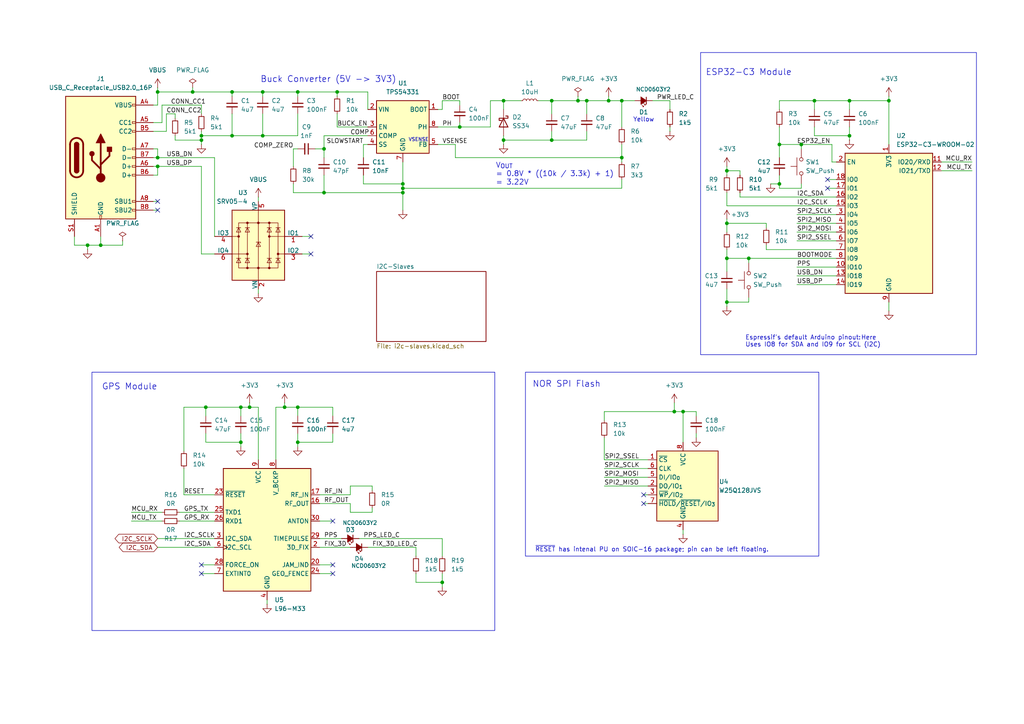
<source format=kicad_sch>
(kicad_sch (version 20250114) (generator "eeschema") (generator_version "9.0")
  (paper "A4")
  (rectangle (start 26.67 107.95) (end 143.51 182.88))
  (rectangle (start 203.2 15.24) (end 283.21 102.87))
  (rectangle (start 152.4 107.95) (end 237.49 161.29))
  (text "GPS Module" (at 37.592 112.268 0) (effects (font (size 1.778 1.778))))
  (text "NOR SPI Flash" (at 164.338 111.506 0) (effects (font (size 1.778 1.778))))
  (text "~{RESET} has intenal PU on SOIC-16 package; pin can be left floating." (at 155.194 159.512 0) (effects (font (size 1.27 1.27)) (justify left)))
  (text "Yellow" (at 186.69 34.798 0) (effects (font (size 1.27 1.27))))
  (text "VSENSE\n" (at 121.412 40.64 0) (effects (font (size 1.016 1.016))))
  (text "Espressif's default Arduino pinout:\nUses IO8 for SDA and IO9 for SCL (I2C)" (at 216.154 99.06 0) (effects (font (size 1.27 1.27)) (justify left)))
  (text "Here" (at 251.968 98.044 0) (effects (font (size 1.27 1.27))))
  (text "Buck Converter (5V -> 3V3)" (at 95.25 23.114 0) (effects (font (size 1.778 1.778))))
  (text "V_{OUT} \n= 0.8V * ((10k / 3.3k) + 1) \n= 3.22V" (at 143.764 50.546 0) (effects (font (size 1.524 1.524)) (justify left)))
  (text "ESP32-C3 Module" (at 217.17 21.082 0) (effects (font (size 1.778 1.778))))
  (junction (at 116.84 54.61))
  (junction (at 146.05 29.21))
  (junction (at 93.98 55.88))
  (junction (at 210.82 64.77))
  (junction (at 58.42 40.64))
  (junction (at 67.31 39.37))
  (junction (at 58.42 39.37))
  (junction (at 226.06 41.91))
  (junction (at 217.17 74.93))
  (junction (at 160.02 40.64))
  (junction (at 232.41 41.91))
  (junction (at 170.18 29.21))
  (junction (at 86.36 26.67))
  (junction (at 128.27 168.91))
  (junction (at 29.21 71.12))
  (junction (at 257.81 29.21))
  (junction (at 246.38 29.21))
  (junction (at 93.98 43.18))
  (junction (at 226.06 53.34))
  (junction (at 176.53 29.21))
  (junction (at 55.88 26.67))
  (junction (at 67.31 26.67))
  (junction (at 45.72 45.72))
  (junction (at 25.4 71.12))
  (junction (at 160.02 29.21))
  (junction (at 82.55 118.11))
  (junction (at 72.39 118.11))
  (junction (at 198.12 119.38))
  (junction (at 69.85 118.11))
  (junction (at 97.79 26.67))
  (junction (at 116.84 55.88))
  (junction (at 210.82 49.53))
  (junction (at 167.64 29.21))
  (junction (at 116.84 53.34))
  (junction (at 180.34 45.72))
  (junction (at 76.2 39.37))
  (junction (at 86.36 118.11))
  (junction (at 45.72 26.67))
  (junction (at 45.72 48.26))
  (junction (at 76.2 26.67))
  (junction (at 69.85 128.27))
  (junction (at 210.82 74.93))
  (junction (at 133.35 36.83))
  (junction (at 236.22 29.21))
  (junction (at 210.82 87.63))
  (junction (at 180.34 29.21))
  (junction (at 59.69 118.11))
  (junction (at 195.58 119.38))
  (junction (at 246.38 39.37))
  (junction (at 86.36 128.27))
  (junction (at 146.05 40.64))
  (no_connect (at 186.69 143.51))
  (no_connect (at 45.72 60.96))
  (no_connect (at 90.17 73.66))
  (no_connect (at 58.42 166.37))
  (no_connect (at 96.52 163.83))
  (no_connect (at 240.03 54.61))
  (no_connect (at 186.69 146.05))
  (no_connect (at 96.52 151.13))
  (no_connect (at 90.17 68.58))
  (no_connect (at 58.42 163.83))
  (no_connect (at 240.03 52.07))
  (no_connect (at 45.72 58.42))
  (no_connect (at 96.52 166.37))
  (wire (pts (xy 241.3 41.91) (xy 241.3 46.99)))
  (wire (pts (xy 214.63 55.88) (xy 214.63 57.15)))
  (wire (pts (xy 210.82 88.9) (xy 210.82 87.63)))
  (wire (pts (xy 180.34 45.72) (xy 180.34 41.91)))
  (wire (pts (xy 46.99 30.48) (xy 46.99 35.56)))
  (wire (pts (xy 52.07 151.13) (xy 62.23 151.13)))
  (wire (pts (xy 167.64 27.94) (xy 167.64 29.21)))
  (wire (pts (xy 59.69 118.11) (xy 69.85 118.11)))
  (wire (pts (xy 101.6 148.59) (xy 107.95 148.59)))
  (wire (pts (xy 246.38 39.37) (xy 246.38 36.83)))
  (wire (pts (xy 44.45 50.8) (xy 45.72 50.8)))
  (wire (pts (xy 67.31 33.02) (xy 67.31 39.37)))
  (wire (pts (xy 74.93 57.15) (xy 74.93 58.42)))
  (wire (pts (xy 133.35 35.56) (xy 133.35 36.83)))
  (wire (pts (xy 86.36 43.18) (xy 85.09 43.18)))
  (wire (pts (xy 180.34 54.61) (xy 116.84 54.61)))
  (wire (pts (xy 120.65 158.75) (xy 106.68 158.75)))
  (wire (pts (xy 231.14 62.23) (xy 242.57 62.23)))
  (wire (pts (xy 105.41 41.91) (xy 105.41 45.72)))
  (wire (pts (xy 106.68 39.37) (xy 93.98 39.37)))
  (wire (pts (xy 58.42 38.1) (xy 58.42 39.37)))
  (wire (pts (xy 87.63 73.66) (xy 90.17 73.66)))
  (wire (pts (xy 29.21 68.58) (xy 29.21 71.12)))
  (wire (pts (xy 74.93 83.82) (xy 74.93 85.09)))
  (wire (pts (xy 128.27 168.91) (xy 128.27 170.18)))
  (wire (pts (xy 44.45 48.26) (xy 45.72 48.26)))
  (wire (pts (xy 93.98 43.18) (xy 93.98 45.72)))
  (wire (pts (xy 236.22 39.37) (xy 246.38 39.37)))
  (wire (pts (xy 127 41.91) (xy 132.08 41.91)))
  (wire (pts (xy 180.34 45.72) (xy 180.34 46.99)))
  (wire (pts (xy 86.36 118.11) (xy 96.52 118.11)))
  (wire (pts (xy 236.22 36.83) (xy 236.22 39.37)))
  (wire (pts (xy 210.82 83.82) (xy 210.82 87.63)))
  (wire (pts (xy 246.38 40.64) (xy 246.38 39.37)))
  (wire (pts (xy 58.42 30.48) (xy 46.99 30.48)))
  (wire (pts (xy 257.81 87.63) (xy 257.81 90.17)))
  (wire (pts (xy 93.98 39.37) (xy 93.98 43.18)))
  (wire (pts (xy 93.98 55.88) (xy 116.84 55.88)))
  (wire (pts (xy 210.82 59.69) (xy 242.57 59.69)))
  (wire (pts (xy 58.42 33.02) (xy 58.42 30.48)))
  (wire (pts (xy 194.31 29.21) (xy 189.23 29.21)))
  (wire (pts (xy 180.34 29.21) (xy 176.53 29.21)))
  (wire (pts (xy 86.36 125.73) (xy 86.36 128.27)))
  (wire (pts (xy 45.72 43.18) (xy 45.72 45.72)))
  (wire (pts (xy 175.26 135.89) (xy 187.96 135.89)))
  (wire (pts (xy 69.85 118.11) (xy 69.85 120.65)))
  (wire (pts (xy 222.25 64.77) (xy 222.25 66.04)))
  (wire (pts (xy 226.06 54.61) (xy 226.06 53.34)))
  (wire (pts (xy 146.05 40.64) (xy 160.02 40.64)))
  (wire (pts (xy 86.36 33.02) (xy 86.36 39.37)))
  (wire (pts (xy 226.06 31.75) (xy 226.06 29.21)))
  (wire (pts (xy 58.42 41.91) (xy 58.42 40.64)))
  (wire (pts (xy 25.4 71.12) (xy 29.21 71.12)))
  (wire (pts (xy 53.34 130.81) (xy 53.34 118.11)))
  (wire (pts (xy 55.88 26.67) (xy 67.31 26.67)))
  (wire (pts (xy 52.07 148.59) (xy 62.23 148.59)))
  (wire (pts (xy 62.23 143.51) (xy 53.34 143.51)))
  (wire (pts (xy 58.42 166.37) (xy 62.23 166.37)))
  (wire (pts (xy 101.6 140.97) (xy 101.6 143.51)))
  (wire (pts (xy 236.22 29.21) (xy 246.38 29.21)))
  (wire (pts (xy 86.36 118.11) (xy 86.36 120.65)))
  (wire (pts (xy 107.95 142.24) (xy 107.95 140.97)))
  (wire (pts (xy 35.56 71.12) (xy 29.21 71.12)))
  (wire (pts (xy 93.98 50.8) (xy 93.98 55.88)))
  (wire (pts (xy 232.41 41.91) (xy 241.3 41.91)))
  (wire (pts (xy 53.34 118.11) (xy 59.69 118.11)))
  (wire (pts (xy 214.63 49.53) (xy 210.82 49.53)))
  (wire (pts (xy 44.45 30.48) (xy 45.72 30.48)))
  (wire (pts (xy 59.69 128.27) (xy 69.85 128.27)))
  (wire (pts (xy 236.22 31.75) (xy 236.22 29.21)))
  (wire (pts (xy 210.82 48.26) (xy 210.82 49.53)))
  (wire (pts (xy 77.47 175.26) (xy 77.47 173.99)))
  (wire (pts (xy 21.59 71.12) (xy 25.4 71.12)))
  (wire (pts (xy 62.23 73.66) (xy 58.42 73.66)))
  (wire (pts (xy 86.36 26.67) (xy 76.2 26.67)))
  (wire (pts (xy 257.81 29.21) (xy 257.81 41.91)))
  (wire (pts (xy 105.41 50.8) (xy 105.41 53.34)))
  (wire (pts (xy 96.52 125.73) (xy 96.52 128.27)))
  (wire (pts (xy 210.82 87.63) (xy 217.17 87.63)))
  (wire (pts (xy 128.27 161.29) (xy 128.27 156.21)))
  (wire (pts (xy 44.45 60.96) (xy 45.72 60.96)))
  (wire (pts (xy 53.34 135.89) (xy 53.34 143.51)))
  (wire (pts (xy 133.35 29.21) (xy 133.35 30.48)))
  (wire (pts (xy 72.39 116.84) (xy 72.39 118.11)))
  (wire (pts (xy 120.65 161.29) (xy 120.65 158.75)))
  (wire (pts (xy 107.95 140.97) (xy 101.6 140.97)))
  (wire (pts (xy 116.84 55.88) (xy 116.84 60.96)))
  (wire (pts (xy 45.72 156.21) (xy 62.23 156.21)))
  (wire (pts (xy 210.82 64.77) (xy 222.25 64.77)))
  (wire (pts (xy 86.36 128.27) (xy 86.36 129.54)))
  (wire (pts (xy 45.72 25.4) (xy 45.72 26.67)))
  (wire (pts (xy 231.14 80.01) (xy 242.57 80.01)))
  (wire (pts (xy 231.14 67.31) (xy 242.57 67.31)))
  (wire (pts (xy 120.65 166.37) (xy 120.65 168.91)))
  (wire (pts (xy 231.14 64.77) (xy 242.57 64.77)))
  (wire (pts (xy 222.25 72.39) (xy 242.57 72.39)))
  (wire (pts (xy 97.79 26.67) (xy 86.36 26.67)))
  (wire (pts (xy 128.27 156.21) (xy 104.14 156.21)))
  (wire (pts (xy 132.08 41.91) (xy 132.08 45.72)))
  (wire (pts (xy 175.26 127) (xy 175.26 133.35)))
  (wire (pts (xy 210.82 72.39) (xy 210.82 74.93)))
  (wire (pts (xy 186.69 146.05) (xy 187.96 146.05)))
  (wire (pts (xy 76.2 33.02) (xy 76.2 39.37)))
  (wire (pts (xy 217.17 87.63) (xy 217.17 86.36)))
  (wire (pts (xy 45.72 26.67) (xy 55.88 26.67)))
  (wire (pts (xy 128.27 29.21) (xy 133.35 29.21)))
  (wire (pts (xy 127 36.83) (xy 133.35 36.83)))
  (wire (pts (xy 74.93 118.11) (xy 72.39 118.11)))
  (wire (pts (xy 226.06 36.83) (xy 226.06 41.91)))
  (wire (pts (xy 48.26 33.02) (xy 50.8 33.02)))
  (wire (pts (xy 175.26 119.38) (xy 195.58 119.38)))
  (wire (pts (xy 176.53 29.21) (xy 170.18 29.21)))
  (wire (pts (xy 72.39 118.11) (xy 69.85 118.11)))
  (wire (pts (xy 201.93 125.73) (xy 201.93 127)))
  (wire (pts (xy 38.1 151.13) (xy 46.99 151.13)))
  (wire (pts (xy 273.05 46.99) (xy 281.94 46.99)))
  (wire (pts (xy 146.05 39.37) (xy 146.05 40.64)))
  (wire (pts (xy 48.26 38.1) (xy 48.26 33.02)))
  (wire (pts (xy 44.45 38.1) (xy 48.26 38.1)))
  (wire (pts (xy 76.2 39.37) (xy 86.36 39.37)))
  (wire (pts (xy 156.21 29.21) (xy 160.02 29.21)))
  (wire (pts (xy 96.52 163.83) (xy 92.71 163.83)))
  (wire (pts (xy 45.72 158.75) (xy 62.23 158.75)))
  (wire (pts (xy 223.52 53.34) (xy 226.06 53.34)))
  (wire (pts (xy 116.84 46.99) (xy 116.84 53.34)))
  (wire (pts (xy 246.38 29.21) (xy 246.38 31.75)))
  (wire (pts (xy 116.84 53.34) (xy 116.84 54.61)))
  (wire (pts (xy 160.02 29.21) (xy 160.02 33.02)))
  (wire (pts (xy 226.06 53.34) (xy 226.06 50.8)))
  (wire (pts (xy 195.58 116.84) (xy 195.58 119.38)))
  (wire (pts (xy 170.18 40.64) (xy 160.02 40.64)))
  (wire (pts (xy 92.71 146.05) (xy 101.6 146.05)))
  (wire (pts (xy 210.82 63.5) (xy 210.82 64.77)))
  (wire (pts (xy 170.18 29.21) (xy 167.64 29.21)))
  (wire (pts (xy 198.12 153.67) (xy 198.12 154.94)))
  (wire (pts (xy 86.36 26.67) (xy 86.36 27.94)))
  (wire (pts (xy 74.93 133.35) (xy 74.93 118.11)))
  (wire (pts (xy 59.69 118.11) (xy 59.69 120.65)))
  (wire (pts (xy 176.53 27.94) (xy 176.53 29.21)))
  (wire (pts (xy 226.06 41.91) (xy 226.06 45.72)))
  (wire (pts (xy 67.31 26.67) (xy 67.31 27.94)))
  (wire (pts (xy 69.85 125.73) (xy 69.85 128.27)))
  (wire (pts (xy 62.23 45.72) (xy 62.23 68.58)))
  (wire (pts (xy 96.52 166.37) (xy 92.71 166.37)))
  (wire (pts (xy 45.72 45.72) (xy 62.23 45.72)))
  (wire (pts (xy 80.01 133.35) (xy 80.01 118.11)))
  (wire (pts (xy 91.44 43.18) (xy 93.98 43.18)))
  (wire (pts (xy 82.55 118.11) (xy 86.36 118.11)))
  (wire (pts (xy 45.72 48.26) (xy 45.72 50.8)))
  (wire (pts (xy 106.68 26.67) (xy 106.68 31.75)))
  (wire (pts (xy 97.79 26.67) (xy 97.79 27.94)))
  (wire (pts (xy 160.02 40.64) (xy 160.02 38.1)))
  (wire (pts (xy 106.68 26.67) (xy 97.79 26.67)))
  (wire (pts (xy 46.99 35.56) (xy 44.45 35.56)))
  (wire (pts (xy 210.82 74.93) (xy 217.17 74.93)))
  (wire (pts (xy 58.42 163.83) (xy 62.23 163.83)))
  (wire (pts (xy 44.45 58.42) (xy 45.72 58.42)))
  (wire (pts (xy 59.69 125.73) (xy 59.69 128.27)))
  (wire (pts (xy 273.05 49.53) (xy 281.94 49.53)))
  (wire (pts (xy 50.8 40.64) (xy 58.42 40.64)))
  (wire (pts (xy 45.72 45.72) (xy 44.45 45.72)))
  (wire (pts (xy 58.42 48.26) (xy 45.72 48.26)))
  (wire (pts (xy 96.52 128.27) (xy 86.36 128.27)))
  (wire (pts (xy 58.42 73.66) (xy 58.42 48.26)))
  (wire (pts (xy 45.72 30.48) (xy 45.72 26.67)))
  (wire (pts (xy 180.34 29.21) (xy 184.15 29.21)))
  (wire (pts (xy 170.18 38.1) (xy 170.18 40.64)))
  (wire (pts (xy 55.88 25.4) (xy 55.88 26.67)))
  (wire (pts (xy 85.09 55.88) (xy 85.09 53.34)))
  (wire (pts (xy 96.52 151.13) (xy 92.71 151.13)))
  (wire (pts (xy 195.58 119.38) (xy 198.12 119.38)))
  (wire (pts (xy 132.08 45.72) (xy 180.34 45.72)))
  (wire (pts (xy 44.45 43.18) (xy 45.72 43.18)))
  (wire (pts (xy 257.81 27.94) (xy 257.81 29.21)))
  (wire (pts (xy 67.31 39.37) (xy 76.2 39.37)))
  (wire (pts (xy 25.4 71.12) (xy 25.4 72.39)))
  (wire (pts (xy 146.05 40.64) (xy 146.05 41.91)))
  (wire (pts (xy 120.65 168.91) (xy 128.27 168.91)))
  (wire (pts (xy 67.31 39.37) (xy 58.42 39.37)))
  (wire (pts (xy 127 31.75) (xy 128.27 31.75)))
  (wire (pts (xy 242.57 54.61) (xy 240.03 54.61)))
  (wire (pts (xy 101.6 143.51) (xy 92.71 143.51)))
  (wire (pts (xy 175.26 133.35) (xy 187.96 133.35)))
  (wire (pts (xy 226.06 41.91) (xy 232.41 41.91)))
  (wire (pts (xy 242.57 52.07) (xy 240.03 52.07)))
  (wire (pts (xy 151.13 29.21) (xy 146.05 29.21)))
  (wire (pts (xy 82.55 116.84) (xy 82.55 118.11)))
  (wire (pts (xy 201.93 119.38) (xy 198.12 119.38)))
  (wire (pts (xy 38.1 148.59) (xy 46.99 148.59)))
  (wire (pts (xy 92.71 158.75) (xy 101.6 158.75)))
  (wire (pts (xy 142.24 29.21) (xy 146.05 29.21)))
  (wire (pts (xy 180.34 52.07) (xy 180.34 54.61)))
  (wire (pts (xy 85.09 43.18) (xy 85.09 48.26)))
  (wire (pts (xy 210.82 49.53) (xy 210.82 50.8)))
  (wire (pts (xy 226.06 54.61) (xy 232.41 54.61)))
  (wire (pts (xy 50.8 33.02) (xy 50.8 34.29)))
  (wire (pts (xy 133.35 36.83) (xy 142.24 36.83)))
  (wire (pts (xy 232.41 41.91) (xy 232.41 43.18)))
  (wire (pts (xy 76.2 26.67) (xy 67.31 26.67)))
  (wire (pts (xy 106.68 41.91) (xy 105.41 41.91)))
  (wire (pts (xy 58.42 39.37) (xy 58.42 40.64)))
  (wire (pts (xy 217.17 74.93) (xy 217.17 76.2)))
  (wire (pts (xy 217.17 74.93) (xy 242.57 74.93)))
  (wire (pts (xy 80.01 118.11) (xy 82.55 118.11)))
  (wire (pts (xy 107.95 147.32) (xy 107.95 148.59)))
  (wire (pts (xy 226.06 29.21) (xy 236.22 29.21)))
  (wire (pts (xy 194.31 36.83) (xy 194.31 38.1)))
  (wire (pts (xy 175.26 119.38) (xy 175.26 121.92)))
  (wire (pts (xy 128.27 166.37) (xy 128.27 168.91)))
  (wire (pts (xy 241.3 46.99) (xy 242.57 46.99)))
  (wire (pts (xy 93.98 55.88) (xy 85.09 55.88)))
  (wire (pts (xy 50.8 39.37) (xy 50.8 40.64)))
  (wire (pts (xy 186.69 143.51) (xy 187.96 143.51)))
  (wire (pts (xy 214.63 57.15) (xy 242.57 57.15)))
  (wire (pts (xy 246.38 29.21) (xy 257.81 29.21)))
  (wire (pts (xy 128.27 31.75) (xy 128.27 29.21)))
  (wire (pts (xy 231.14 69.85) (xy 242.57 69.85)))
  (wire (pts (xy 105.41 53.34) (xy 116.84 53.34)))
  (wire (pts (xy 96.52 120.65) (xy 96.52 118.11)))
  (wire (pts (xy 222.25 71.12) (xy 222.25 72.39)))
  (wire (pts (xy 69.85 129.54) (xy 69.85 128.27)))
  (wire (pts (xy 101.6 146.05) (xy 101.6 148.59)))
  (wire (pts (xy 92.71 156.21) (xy 99.06 156.21)))
  (wire (pts (xy 97.79 33.02) (xy 97.79 36.83)))
  (wire (pts (xy 214.63 50.8) (xy 214.63 49.53)))
  (wire (pts (xy 232.41 54.61) (xy 232.41 53.34)))
  (wire (pts (xy 231.14 82.55) (xy 242.57 82.55)))
  (wire (pts (xy 97.79 36.83) (xy 106.68 36.83)))
  (wire (pts (xy 35.56 69.85) (xy 35.56 71.12)))
  (wire (pts (xy 175.26 140.97) (xy 187.96 140.97)))
  (wire (pts (xy 170.18 33.02) (xy 170.18 29.21)))
  (wire (pts (xy 210.82 55.88) (xy 210.82 59.69)))
  (wire (pts (xy 180.34 36.83) (xy 180.34 29.21)))
  (wire (pts (xy 21.59 68.58) (xy 21.59 71.12)))
  (wire (pts (xy 167.64 29.21) (xy 160.02 29.21)))
  (wire (pts (xy 142.24 36.83) (xy 142.24 29.21)))
  (wire (pts (xy 194.31 31.75) (xy 194.31 29.21)))
  (wire (pts (xy 201.93 120.65) (xy 201.93 119.38)))
  (wire (pts (xy 87.63 68.58) (xy 90.17 68.58)))
  (wire (pts (xy 210.82 67.31) (xy 210.82 64.77)))
  (wire (pts (xy 76.2 26.67) (xy 76.2 27.94)))
  (wire (pts (xy 242.57 77.47) (xy 231.14 77.47)))
  (wire (pts (xy 198.12 119.38) (xy 198.12 128.27)))
  (wire (pts (xy 116.84 54.61) (xy 116.84 55.88)))
  (wire (pts (xy 175.26 138.43) (xy 187.96 138.43)))
  (wire (pts (xy 210.82 74.93) (xy 210.82 78.74)))
  (wire (pts (xy 146.05 29.21) (xy 146.05 31.75)))
  (label "USB_DP" (at 48.26 48.26 0))
  (label "GPS_TX" (at 53.34 148.59 0))
  (label "RF_OUT" (at 93.98 146.05 0))
  (label "FIX_3D_LED_C" (at 107.95 158.75 0))
  (label "PPS" (at 231.14 77.47 0))
  (label "I2C_SCLK" (at 231.14 59.69 0))
  (label "MCU_RX" (at 38.1 148.59 0))
  (label "PPS" (at 93.98 156.21 0))
  (label "CONN_CC1" (at 49.53 30.48 0))
  (label "SPI2_SSEL" (at 231.14 69.85 0))
  (label "MCU_TX" (at 281.94 49.53 180))
  (label "SPI2_MISO" (at 231.14 64.77 0))
  (label "I2C_SDA" (at 53.34 158.75 0))
  (label "SPI2_MISO" (at 175.26 140.97 0))
  (label "COMP" (at 101.6 39.37 0))
  (label "PWR_LED_C" (at 190.5 29.21 0))
  (label "COMP_ZERO" (at 85.09 43.18 180))
  (label "BUCK_EN" (at 97.79 36.83 0))
  (label "SPI2_SCLK" (at 231.14 62.23 0))
  (label "BOOTMODE" (at 231.14 74.93 0))
  (label "SPI2_MOSI" (at 231.14 67.31 0))
  (label "CONN_CC2" (at 48.26 33.02 0))
  (label "VSENSE" (at 128.27 41.91 0))
  (label "PH" (at 128.27 36.83 0))
  (label "SPI2_SSEL" (at 185.42 133.35 180))
  (label "I2C_SCLK" (at 53.34 156.21 0))
  (label "ESP32_EN" (at 231.14 41.91 0))
  (label "SLOWSTART" (at 105.41 41.91 180))
  (label "USB_DN" (at 231.14 80.01 0))
  (label "FIX_3D" (at 93.98 158.75 0))
  (label "MCU_RX" (at 281.94 46.99 180))
  (label "MCU_TX" (at 38.1 151.13 0))
  (label "GPS_RX" (at 53.34 151.13 0))
  (label "RF_IN" (at 93.98 143.51 0))
  (label "USB_DP" (at 231.14 82.55 0))
  (label "SPI2_MOSI" (at 175.26 138.43 0))
  (label "BOOT" (at 128.27 29.21 0))
  (label "RESET" (at 53.34 143.51 0))
  (label "USB_DN" (at 48.26 45.72 0))
  (label "SPI2_SCLK" (at 175.26 135.89 0))
  (label "I2C_SDA" (at 231.14 57.15 0))
  (label "PPS_LED_C" (at 105.41 156.21 0))
  (global_label "I2C_SCLK" (shape bidirectional) (at 45.72 156.21 180) (property "Intersheetrefs" "${INTERSHEET_REFS}" (effects (hide yes))))
  (global_label "I2C_SDA" (shape bidirectional) (at 45.72 158.75 180) (property "Intersheetrefs" "${INTERSHEET_REFS}" (effects (hide yes))))
  (symbol (lib_name "GND_1") (lib_id "power:GND") (at 257.81 90.17 0) (unit 1)
    (property "Reference" "#PWR016" (effects (hide yes)))
    (property "Value" "GND" (effects (hide yes)))
    (property "Description" "Power symbol creates a global label with name \"GND\" , ground" (effects (hide yes)))
  )
  (symbol (lib_id "power:+3V3") (at 210.82 63.5 0) (unit 1)
    (property "Reference" "#PWR012" (effects (hide yes)))
    (property "Value" "+3V3" (at 214.63 62.23 0))
    (property "Description" "Power symbol creates a global label with name \"+3V3\"" (effects (hide yes)))
  )
  (symbol (lib_id "Device:R_Small") (at 210.82 69.85 0) (unit 1)
    (property "Reference" "R12" (at 213.36 68.5799 0) (effects (justify left)))
    (property "Value" "10k" (at 213.36 71.1199 0) (effects (justify left)))
    (property "Footprint" "Resistor_SMD:R_0603_1608Metric" (effects (hide yes)))
    (property "Datasheet" "https://jlcpcb.com/api/file/downloadByFileSystemAccessId/8579706381320323072" (effects (hide yes)))
    (property "Description" "Resistor, small symbol" (effects (hide yes)))
    (property "Manufacturer" "UNI-ROYAL" (effects (hide yes)))
    (property "Manufacturer Part Number" "0603WAF1002T5E" (effects (hide yes)))
    (property "LCSC Part #" "C25804" (effects (hide yes)))
    (property "Voltage" "75V" (effects (hide yes)))
    (property "Power" "100mW" (effects (hide yes)))
  )
  (symbol (lib_id "power:+3V3") (at 176.53 27.94 0) (unit 1)
    (property "Reference" "#PWR02" (effects (hide yes)))
    (property "Value" "+3V3" (at 176.53 22.86 0))
    (property "Description" "Power symbol creates a global label with name \"+3V3\"" (effects (hide yes)))
  )
  (symbol (lib_id "Device:C_Small") (at 170.18 35.56 0) (unit 1)
    (property "Reference" "C8" (at 172.72 34.2962 0) (effects (justify left)))
    (property "Value" "47uF" (at 172.72 36.8362 0) (effects (justify left)))
    (property "Footprint" "Capacitor_SMD:C_0805_2012Metric" (effects (hide yes)))
    (property "Datasheet" "https://jlcpcb.com/api/file/downloadByFileSystemAccessId/8586178594430701568" (effects (hide yes)))
    (property "Description" "Unpolarized capacitor, small symbol" (effects (hide yes)))
    (property "Manufacturer" "Samsung Electro-Mechanics" (effects (hide yes)))
    (property "Manufacturer Part Number" "CL21A476MQYNNNE" (effects (hide yes)))
    (property "LCSC Part #" "C16780" (effects (hide yes)))
    (property "Voltage" "6V3" (effects (hide yes)))
  )
  (symbol (lib_id "power:+3V3") (at 82.55 116.84 0) (unit 1)
    (property "Reference" "#PWR018" (effects (hide yes)))
    (property "Value" "+3V3" (at 82.55 111.76 0))
    (property "Description" "Power symbol creates a global label with name \"+3V3\"" (effects (hide yes)))
  )
  (symbol (lib_name "GND_1") (lib_id "power:GND") (at 210.82 88.9 0) (unit 1)
    (property "Reference" "#PWR015" (effects (hide yes)))
    (property "Value" "GND" (effects (hide yes)))
    (property "Description" "Power symbol creates a global label with name \"GND\" , ground" (effects (hide yes)))
  )
  (symbol (lib_name "GND_1") (lib_id "power:GND") (at 86.36 129.54 0) (unit 1)
    (property "Reference" "#PWR022" (effects (hide yes)))
    (property "Value" "GND" (effects (hide yes)))
    (property "Description" "Power symbol creates a global label with name \"GND\" , ground" (effects (hide yes)))
  )
  (symbol (lib_name "GND_1") (lib_id "power:GND") (at 116.84 60.96 0) (unit 1)
    (property "Reference" "#PWR011" (effects (hide yes)))
    (property "Value" "GND" (effects (hide yes)))
    (property "Description" "Power symbol creates a global label with name \"GND\" , ground" (effects (hide yes)))
  )
  (symbol (lib_id "Regulator_Switching:TPS54233") (at 116.84 36.83 0) (unit 1)
    (property "Reference" "U1" (at 116.84 24.13 0))
    (property "Value" "TPS54331" (at 116.84 26.67 0))
    (property "Footprint" "Package_SO:SOIC-8_3.9x4.9mm_P1.27mm" (effects (hide yes)))
    (property "Datasheet" "http://www.ti.com/lit/ds/symlink/tps54233.pdf" (effects (hide yes)))
    (property "Description" "2A, Step Down DC-DC Converter with Eco-mode, 3.5-28V Input Voltage, SO-8" (effects (hide yes)))
    (property "LCSC Part #" "C9865" (effects (hide yes)))
  )
  (symbol (lib_id "Device:R_Small") (at 120.65 163.83 180) (unit 1)
    (property "Reference" "R18" (at 123.19 162.5599 0) (effects (justify right)))
    (property "Value" "1k5" (at 123.19 165.0999 0) (effects (justify right)))
    (property "Footprint" "Resistor_SMD:R_0603_1608Metric" (effects (hide yes)))
    (property "Datasheet" "https://jlcpcb.com/api/file/downloadByFileSystemAccessId/8579706144165986304" (effects (hide yes)))
    (property "Description" "Resistor, small symbol" (effects (hide yes)))
    (property "Manufacturer" "UNI-ROYAL" (effects (hide yes)))
    (property "Manufacturer Part Number" "0603WAF1501T5E" (effects (hide yes)))
    (property "LCSC Part #" "C22843" (effects (hide yes)))
    (property "Voltage" "75V" (effects (hide yes)))
    (property "Power" "100mW" (effects (hide yes)))
  )
  (symbol (lib_id "Device:LED_Small_Filled") (at 186.69 29.21 180) (unit 1)
    (property "Reference" "D1" (at 186.69 32.512 0))
    (property "Value" "NCD0603Y2" (at 189.484 25.908 0) (effects (font (size 1.143 1.143))))
    (property "Footprint" "LED_SMD:LED_0603_1608Metric" (effects (hide yes)))
    (property "Datasheet" "https://jlcpcb.com/api/file/downloadByFileSystemAccessId/8588894464647159808" (effects (hide yes)))
    (property "LCSC Part #" "C89811" (effects (hide yes)))
    (property "Manufacturer" "Foshan NationStar" (effects (hide yes)))
    (property "Manufacturer Part Number" "NCD0603Y2" (effects (hide yes)))
    (property "Sim.Pins" "1=K 2=A" (effects (hide yes)))
  )
  (symbol (lib_id "Device:C_Small") (at 160.02 35.56 0) (unit 1)
    (property "Reference" "C7" (at 162.56 34.2962 0) (effects (justify left)))
    (property "Value" "47uF" (at 162.56 36.8362 0) (effects (justify left)))
    (property "Footprint" "Capacitor_SMD:C_0805_2012Metric" (effects (hide yes)))
    (property "Datasheet" "https://jlcpcb.com/api/file/downloadByFileSystemAccessId/8586178594430701568" (effects (hide yes)))
    (property "Description" "Unpolarized capacitor, small symbol" (effects (hide yes)))
    (property "Manufacturer" "Samsung Electro-Mechanics" (effects (hide yes)))
    (property "Manufacturer Part Number" "CL21A476MQYNNNE" (effects (hide yes)))
    (property "LCSC Part #" "C16780" (effects (hide yes)))
    (property "Voltage" "6V3" (effects (hide yes)))
  )
  (symbol (lib_id "Device:R_Small") (at 53.34 133.35 0) (unit 1)
    (property "Reference" "R14" (at 55.88 132.0799 0) (effects (justify left)))
    (property "Value" "10k" (at 55.88 134.6199 0) (effects (justify left)))
    (property "Footprint" "Resistor_SMD:R_0603_1608Metric" (effects (hide yes)))
    (property "Datasheet" "https://jlcpcb.com/api/file/downloadByFileSystemAccessId/8579706381320323072" (effects (hide yes)))
    (property "Description" "Resistor, small symbol" (effects (hide yes)))
    (property "Manufacturer" "UNI-ROYAL" (effects (hide yes)))
    (property "Manufacturer Part Number" "0603WAF1002T5E" (effects (hide yes)))
    (property "LCSC Part #" "C25804" (effects (hide yes)))
    (property "Voltage" "75V" (effects (hide yes)))
    (property "Power" "100mW" (effects (hide yes)))
  )
  (symbol (lib_id "RF_Module:ESP32-C3-WROOM-02") (at 257.81 64.77 0) (unit 1)
    (property "Reference" "U2" (at 259.9533 39.37 0) (effects (justify left)))
    (property "Value" "ESP32-C3-WROOM-02" (at 259.9533 41.91 0) (effects (justify left)))
    (property "Footprint" "esp32-c3-gps-demo:ESP32-C3-WROOM-02_NoVias" (effects (hide yes)))
    (property "Datasheet" "https://www.espressif.com/sites/default/files/documentation/esp32-c3-wroom-02_datasheet_en.pdf" (effects (hide yes)))
    (property "Description" "802.11 b/g/n Wi­Fi and Bluetooth 5 module, ESP32­C3 SoC, RISC­V microprocessor, On-board antenna" (effects (hide yes)))
    (property "LCSC Part #" "C2934560" (effects (hide yes)))
    (property "Manufacturer Part Number" "ESP32-C3-WROOM-02-N4" (effects (hide yes)))
  )
  (symbol (lib_name "GND_1") (lib_id "power:GND") (at 128.27 170.18 0) (unit 1)
    (property "Reference" "#PWR024" (effects (hide yes)))
    (property "Value" "GND" (effects (hide yes)))
    (property "Description" "Power symbol creates a global label with name \"GND\" , ground" (effects (hide yes)))
  )
  (symbol (lib_id "Device:C_Small") (at 86.36 123.19 0) (unit 1)
    (property "Reference" "C16" (at 88.9 121.9262 0) (effects (justify left)))
    (property "Value" "100nF" (at 88.9 124.4662 0) (effects (justify left)))
    (property "Footprint" "Capacitor_SMD:C_0603_1608Metric" (effects (hide yes)))
    (property "Datasheet" "https://www.yageo.com/upload/media/product/productsearch/datasheet/mlcc/UPY-GPHC_X7R_6.3V-to-250V_24.pdf" (effects (hide yes)))
    (property "Description" "Unpolarized capacitor, small symbol" (effects (hide yes)))
    (property "Manufacturer" "YAGEO" (effects (hide yes)))
    (property "Manufacturer Part Number" "CC0603KRX7R9BB104" (effects (hide yes)))
    (property "LCSC Part #" "C14663" (effects (hide yes)))
    (property "Voltage" "50V" (effects (hide yes)))
  )
  (symbol (lib_id "Switch:SW_Push") (at 232.41 48.26 90) (unit 1)
    (property "Reference" "SW1" (at 233.68 46.9899 90) (effects (justify right)))
    (property "Value" "SW_Push" (at 233.68 49.5299 90) (effects (justify right)))
    (property "Footprint" "Button_Switch_SMD:SW_Push_1P1T_XKB_TS-1187A" (effects (hide yes)))
    (property "Datasheet" "https://datasheet.lcsc.com/lcsc/2304140030_XKB-Connection-TS-1187A-B-A-B_C318884.pdf" (effects (hide yes)))
    (property "Description" "Push button switch, generic, two pins" (effects (hide yes)))
    (property "LCSC Part #" "C318884" (effects (hide yes)))
    (property "Manufacturer" "XKB Connection" (effects (hide yes)))
  )
  (symbol (lib_id "Device:C_Small") (at 96.52 123.19 0) (unit 1)
    (property "Reference" "C17" (at 99.06 121.9262 0) (effects (justify left)))
    (property "Value" "4u7" (at 99.06 124.4662 0) (effects (justify left)))
    (property "Footprint" "Capacitor_SMD:C_0603_1608Metric" (effects (hide yes)))
    (property "Datasheet" "https://mm.digikey.com/Volume0/opasdata/d220001/medias/docus/2328/CL10A475KO8NNNC_Spec.pdf" (effects (hide yes)))
    (property "Description" "Unpolarized capacitor, small symbol" (effects (hide yes)))
    (property "Manufacturer" "Samsung Electro-Mechanics" (effects (hide yes)))
    (property "Manufacturer Part Number" "CL10A475KO8NNNC" (effects (hide yes)))
    (property "LCSC Part #" "C19666" (effects (hide yes)))
    (property "Voltage" "16V" (effects (hide yes)))
  )
  (symbol (lib_id "Device:C_Small") (at 133.35 33.02 0) (unit 1)
    (property "Reference" "C4" (at 135.89 31.7562 0) (effects (justify left)))
    (property "Value" "100nF" (at 135.89 34.2962 0) (effects (justify left)))
    (property "Footprint" "Capacitor_SMD:C_0603_1608Metric" (effects (hide yes)))
    (property "Datasheet" "https://www.yageo.com/upload/media/product/productsearch/datasheet/mlcc/UPY-GPHC_X7R_6.3V-to-250V_24.pdf" (effects (hide yes)))
    (property "Description" "Unpolarized capacitor, small symbol" (effects (hide yes)))
    (property "Manufacturer" "YAGEO" (effects (hide yes)))
    (property "Manufacturer Part Number" "CC0603KRX7R9BB104" (effects (hide yes)))
    (property "LCSC Part #" "C14663" (effects (hide yes)))
    (property "Voltage" "50V" (effects (hide yes)))
  )
  (symbol (lib_name "GND_1") (lib_id "power:GND") (at 146.05 41.91 0) (unit 1)
    (property "Reference" "#PWR07" (effects (hide yes)))
    (property "Value" "GND" (effects (hide yes)))
    (property "Description" "Power symbol creates a global label with name \"GND\" , ground" (effects (hide yes)))
  )
  (symbol (lib_id "Device:C_Small") (at 246.38 34.29 0) (unit 1)
    (property "Reference" "C6" (at 248.92 33.0262 0) (effects (justify left)))
    (property "Value" "100nF" (at 248.92 35.5662 0) (effects (justify left)))
    (property "Footprint" "Capacitor_SMD:C_0603_1608Metric" (effects (hide yes)))
    (property "Datasheet" "https://www.yageo.com/upload/media/product/productsearch/datasheet/mlcc/UPY-GPHC_X7R_6.3V-to-250V_24.pdf" (effects (hide yes)))
    (property "Description" "Unpolarized capacitor, small symbol" (effects (hide yes)))
    (property "Manufacturer" "YAGEO" (effects (hide yes)))
    (property "Manufacturer Part Number" "CC0603KRX7R9BB104" (effects (hide yes)))
    (property "LCSC Part #" "C14663" (effects (hide yes)))
    (property "Voltage" "50V" (effects (hide yes)))
  )
  (symbol (lib_name "GND_1") (lib_id "power:GND") (at 77.47 175.26 0) (unit 1)
    (property "Reference" "#PWR025" (effects (hide yes)))
    (property "Value" "GND" (effects (hide yes)))
    (property "Description" "Power symbol creates a global label with name \"GND\" , ground" (effects (hide yes)))
  )
  (symbol (lib_id "power:VBUS") (at 74.93 57.15 0) (unit 1)
    (property "Reference" "#PWR010" (effects (hide yes)))
    (property "Value" "VBUS" (at 74.93 52.07 0))
    (property "Description" "Power symbol creates a global label with name \"VBUS\"" (effects (hide yes)))
  )
  (symbol (lib_id "Switch:SW_Push") (at 217.17 81.28 90) (unit 1)
    (property "Reference" "SW2" (at 218.44 80.0099 90) (effects (justify right)))
    (property "Value" "SW_Push" (at 218.44 82.5499 90) (effects (justify right)))
    (property "Footprint" "Button_Switch_SMD:SW_Push_1P1T_XKB_TS-1187A" (effects (hide yes)))
    (property "Datasheet" "https://datasheet.lcsc.com/lcsc/2304140030_XKB-Connection-TS-1187A-B-A-B_C318884.pdf" (effects (hide yes)))
    (property "Description" "Push button switch, generic, two pins" (effects (hide yes)))
    (property "LCSC Part #" "C318884" (effects (hide yes)))
    (property "Manufacturer" "XKB Connection" (effects (hide yes)))
  )
  (symbol (lib_name "GND_1") (lib_id "power:GND") (at 58.42 41.91 0) (unit 1)
    (property "Reference" "#PWR06" (effects (hide yes)))
    (property "Value" "GND" (effects (hide yes)))
    (property "Description" "Power symbol creates a global label with name \"GND\" , ground" (effects (hide yes)))
  )
  (symbol (lib_id "Device:R_Small") (at 107.95 144.78 180) (unit 1)
    (property "Reference" "R15" (at 110.49 143.5099 0) (effects (justify right)))
    (property "Value" "0R" (at 110.49 146.0499 0) (effects (justify right)))
    (property "Footprint" "Resistor_SMD:R_0603_1608Metric" (effects (hide yes)))
    (property "Datasheet" "https://jlcpcb.com/api/file/downloadByFileSystemAccessId/8578255895094087680" (effects (hide yes)))
    (property "Description" "Resistor, small symbol" (effects (hide yes)))
    (property "Manufacturer" "UNI-ROYAL" (effects (hide yes)))
    (property "Manufacturer Part Number" "0603WAF0000T5E" (effects (hide yes)))
    (property "LCSC Part #" "C21189" (effects (hide yes)))
    (property "Voltage" "75V" (effects (hide yes)))
    (property "Power" "100mW" (effects (hide yes)))
  )
  (symbol (lib_id "Device:C_Small") (at 93.98 48.26 0) (unit 1)
    (property "Reference" "C10" (at 96.52 46.9962 0) (effects (justify left)))
    (property "Value" "47pF" (at 96.52 49.5362 0) (effects (justify left)))
    (property "Footprint" "Capacitor_SMD:C_0603_1608Metric" (effects (hide yes)))
    (property "Datasheet" "https://mm.digikey.com/Volume0/opasdata/d220001/medias/docus/609/CL10C470JB8NNNC_Spec.pdf" (effects (hide yes)))
    (property "Description" "Unpolarized capacitor, small symbol" (effects (hide yes)))
    (property "Manufacturer" "Samsung Electro-Mechanics" (effects (hide yes)))
    (property "Manufacturer Part Number" "CL10C470JB8NNNC" (effects (hide yes)))
    (property "LCSC Part #" "C1671" (effects (hide yes)))
    (property "Voltage" "50V" (effects (hide yes)))
  )
  (symbol (lib_id "Device:R_Small") (at 210.82 53.34 0) (mirror y) (unit 1)
    (property "Reference" "R9" (at 208.28 52.0699 0) (effects (justify left)))
    (property "Value" "5k1" (at 208.28 54.6099 0) (effects (justify left)))
    (property "Footprint" "Resistor_SMD:R_0603_1608Metric" (effects (hide yes)))
    (property "Datasheet" "https://wmsc.lcsc.com/wmsc/upload/file/pdf/v2/lcsc/2206010116_UNI-ROYAL-Uniroyal-Elec-0603WAF5101T5E_C23186.pdf" (effects (hide yes)))
    (property "Description" "Resistor, small symbol" (effects (hide yes)))
    (property "Manufacturer" "UNI-ROYAL" (effects (hide yes)))
    (property "Manufacturer Part Number" "0603WAF5101T5E" (effects (hide yes)))
    (property "LCSC Part #" "C23186" (effects (hide yes)))
    (property "Voltage" "75V" (effects (hide yes)))
    (property "Power" "100mW" (effects (hide yes)))
  )
  (symbol (lib_id "Device:R_Small") (at 180.34 49.53 0) (unit 1)
    (property "Reference" "R7" (at 182.88 48.2599 0) (effects (justify left)))
    (property "Value" "3k3" (at 182.88 50.7999 0) (effects (justify left)))
    (property "Footprint" "Resistor_SMD:R_0603_1608Metric" (effects (hide yes)))
    (property "Datasheet" "https://jlcpcb.com/api/file/downloadByFileSystemAccessId/8579706198066577408" (effects (hide yes)))
    (property "Description" "Resistor, small symbol" (effects (hide yes)))
    (property "Manufacturer" "UNI-ROYAL" (effects (hide yes)))
    (property "Manufacturer Part Number" "0603WAF3301T5E" (effects (hide yes)))
    (property "LCSC Part #" "C22978" (effects (hide yes)))
    (property "Voltage" "75V" (effects (hide yes)))
    (property "Power" "100mW" (effects (hide yes)))
  )
  (symbol (lib_id "Device:R_Small") (at 180.34 39.37 0) (unit 1)
    (property "Reference" "R6" (at 182.88 38.0999 0) (effects (justify left)))
    (property "Value" "10k" (at 182.88 40.6399 0) (effects (justify left)))
    (property "Footprint" "Resistor_SMD:R_0603_1608Metric" (effects (hide yes)))
    (property "Datasheet" "https://jlcpcb.com/api/file/downloadByFileSystemAccessId/8579706381320323072" (effects (hide yes)))
    (property "Description" "Resistor, small symbol" (effects (hide yes)))
    (property "Manufacturer" "UNI-ROYAL" (effects (hide yes)))
    (property "Manufacturer Part Number" "0603WAF1002T5E" (effects (hide yes)))
    (property "LCSC Part #" "C25804" (effects (hide yes)))
    (property "Voltage" "75V" (effects (hide yes)))
    (property "Power" "100mW" (effects (hide yes)))
  )
  (symbol (lib_name "GND_1") (lib_id "power:GND") (at 223.52 53.34 0) (unit 1)
    (property "Reference" "#PWR09" (effects (hide yes)))
    (property "Value" "GND" (effects (hide yes)))
    (property "Description" "Power symbol creates a global label with name \"GND\" , ground" (effects (hide yes)))
  )
  (symbol (lib_id "Diode:SS34") (at 146.05 35.56 270) (unit 1)
    (property "Reference" "D2" (at 148.59 33.9724 90) (effects (justify left)))
    (property "Value" "SS34" (at 148.59 36.5124 90) (effects (justify left)))
    (property "Footprint" "Diode_SMD:D_SMA" (effects (hide yes)))
    (property "Datasheet" "https://www.vishay.com/docs/88751/ss32.pdf" (effects (hide yes)))
    (property "Description" "40V 3A Schottky Diode, SMA" (effects (hide yes)))
    (property "LCSC Part #" "C8678" (effects (hide yes)))
  )
  (symbol (lib_id "Device:R_Small") (at 194.31 34.29 180) (unit 1)
    (property "Reference" "R2" (at 196.85 33.0199 0) (effects (justify right)))
    (property "Value" "1k5" (at 196.85 35.5599 0) (effects (justify right)))
    (property "Footprint" "Resistor_SMD:R_0603_1608Metric" (effects (hide yes)))
    (property "Datasheet" "https://jlcpcb.com/api/file/downloadByFileSystemAccessId/8579706144165986304" (effects (hide yes)))
    (property "Description" "Resistor, small symbol" (effects (hide yes)))
    (property "Manufacturer" "UNI-ROYAL" (effects (hide yes)))
    (property "Manufacturer Part Number" "0603WAF1501T5E" (effects (hide yes)))
    (property "LCSC Part #" "C22843" (effects (hide yes)))
    (property "Voltage" "75V" (effects (hide yes)))
    (property "Power" "100mW" (effects (hide yes)))
  )
  (symbol (lib_id "Device:C_Small") (at 236.22 34.29 0) (unit 1)
    (property "Reference" "C5" (at 238.76 33.0262 0) (effects (justify left)))
    (property "Value" "47uF" (at 238.76 35.5662 0) (effects (justify left)))
    (property "Footprint" "Capacitor_SMD:C_0805_2012Metric" (effects (hide yes)))
    (property "Datasheet" "https://jlcpcb.com/api/file/downloadByFileSystemAccessId/8586178594430701568" (effects (hide yes)))
    (property "Description" "Unpolarized capacitor, small symbol" (effects (hide yes)))
    (property "Manufacturer" "Samsung Electro-Mechanics" (effects (hide yes)))
    (property "Manufacturer Part Number" "CL21A476MQYNNNE" (effects (hide yes)))
    (property "LCSC Part #" "C16780" (effects (hide yes)))
    (property "Voltage" "6V3" (effects (hide yes)))
  )
  (symbol (lib_id "Device:C_Small") (at 69.85 123.19 0) (unit 1)
    (property "Reference" "C15" (at 72.39 121.9262 0) (effects (justify left)))
    (property "Value" "100nF" (at 72.39 124.4662 0) (effects (justify left)))
    (property "Footprint" "Capacitor_SMD:C_0603_1608Metric" (effects (hide yes)))
    (property "Datasheet" "https://www.yageo.com/upload/media/product/productsearch/datasheet/mlcc/UPY-GPHC_X7R_6.3V-to-250V_24.pdf" (effects (hide yes)))
    (property "Description" "Unpolarized capacitor, small symbol" (effects (hide yes)))
    (property "Manufacturer" "YAGEO" (effects (hide yes)))
    (property "Manufacturer Part Number" "CC0603KRX7R9BB104" (effects (hide yes)))
    (property "LCSC Part #" "C14663" (effects (hide yes)))
    (property "Voltage" "50V" (effects (hide yes)))
  )
  (symbol (lib_id "Device:R_Small") (at 85.09 50.8 0) (unit 1)
    (property "Reference" "R8" (at 87.63 49.5299 0) (effects (justify left)))
    (property "Value" "30k" (at 87.63 52.0699 0) (effects (justify left)))
    (property "Footprint" "Resistor_SMD:R_0603_1608Metric" (effects (hide yes)))
    (property "Datasheet" "https://jlcpcb.com/api/file/downloadByFileSystemAccessId/8579706409566388224" (effects (hide yes)))
    (property "Description" "Resistor, small symbol" (effects (hide yes)))
    (property "Manufacturer" "UNI-ROYAL" (effects (hide yes)))
    (property "Manufacturer Part Number" "0603WAF3002T5E" (effects (hide yes)))
    (property "LCSC Part #" "C22984" (effects (hide yes)))
    (property "Voltage" "75V" (effects (hide yes)))
    (property "Power" "100mW" (effects (hide yes)))
  )
  (symbol (lib_id "Device:C_Small") (at 88.9 43.18 270) (unit 1)
    (property "Reference" "C9" (at 88.8936 36.83 90))
    (property "Value" "1nF" (at 88.8936 39.37 90))
    (property "Footprint" "Capacitor_SMD:C_0603_1608Metric" (effects (hide yes)))
    (property "Datasheet" "https://mm.digikey.com/Volume0/opasdata/d220001/medias/docus/609/CL10B102KB8NNNC_Spec.pdf" (effects (hide yes)))
    (property "Description" "Unpolarized capacitor, small symbol" (effects (hide yes)))
    (property "Manufacturer" "Samsung Electro-Mechanics" (effects (hide yes)))
    (property "Manufacturer Part Number" "CL10B102KB8NNNC" (effects (hide yes)))
    (property "LCSC Part #" "C1588" (effects (hide yes)))
    (property "Voltage" "50V" (effects (hide yes)))
  )
  (symbol (lib_id "Memory_Flash:W25Q128JVS") (at 198.12 140.97 0) (unit 1)
    (property "Reference" "U4" (at 208.534 139.7 0) (effects (justify left)))
    (property "Value" "W25Q128JVS" (at 208.534 142.24 0) (effects (justify left)))
    (property "Footprint" "Package_SO:SOIC-8_5.23x5.23mm_P1.27mm" (effects (hide yes)))
    (property "Datasheet" "http://www.winbond.com/resource-files/w25q128jv_dtr%20revc%2003272018%20plus.pdf" (effects (hide yes)))
    (property "Description" "128Mb Serial Flash Memory, Standard/Dual/Quad SPI, SOIC-8" (effects (hide yes)))
    (property "LCSC Part #" "C97521" (effects (hide yes)))
    (property "Manufacturer" " Winbond Electronics" (effects (hide yes)))
    (property "Manufacturer Part Number" "W25Q128JVSIQ" (effects (hide yes)))
  )
  (symbol (lib_name "GND_1") (lib_id "power:GND") (at 74.93 85.09 0) (unit 1)
    (property "Reference" "#PWR014" (effects (hide yes)))
    (property "Value" "GND" (effects (hide yes)))
    (property "Description" "Power symbol creates a global label with name \"GND\" , ground" (effects (hide yes)))
  )
  (symbol (lib_id "Power_Protection:SRV05-4") (at 74.93 71.12 0) (mirror y) (unit 1)
    (property "Reference" "U3" (at 71.8119 55.88 0) (effects (justify left)))
    (property "Value" "SRV05-4" (at 71.8119 58.42 0) (effects (justify left)))
    (property "Footprint" "Package_TO_SOT_SMD:SOT-23-6" (effects (hide yes)))
    (property "Datasheet" "http://www.onsemi.com/pub/Collateral/SRV05-4-D.PDF" (effects (hide yes)))
    (property "Description" "ESD Protection Diodes with Low Clamping Voltage, SOT-23-6" (effects (hide yes)))
    (property "LCSC Part #" "C20615829" (effects (hide yes)))
  )
  (symbol (lib_name "GND_1") (lib_id "power:GND") (at 246.38 40.64 0) (unit 1)
    (property "Reference" "#PWR05" (effects (hide yes)))
    (property "Value" "GND" (effects (hide yes)))
    (property "Description" "Power symbol creates a global label with name \"GND\" , ground" (effects (hide yes)))
  )
  (symbol (lib_id "power:+3V3") (at 195.58 116.84 0) (unit 1)
    (property "Reference" "#PWR019" (effects (hide yes)))
    (property "Value" "+3V3" (at 195.58 111.76 0))
    (property "Description" "Power symbol creates a global label with name \"+3V3\"" (effects (hide yes)))
  )
  (symbol (lib_id "power:+3V3") (at 210.82 48.26 0) (unit 1)
    (property "Reference" "#PWR08" (effects (hide yes)))
    (property "Value" "+3V3" (at 210.82 43.18 0))
    (property "Description" "Power symbol creates a global label with name \"+3V3\"" (effects (hide yes)))
  )
  (symbol (lib_id "Device:C_Small") (at 201.93 123.19 0) (unit 1)
    (property "Reference" "C18" (at 204.47 121.9262 0) (effects (justify left)))
    (property "Value" "100nF" (at 204.47 124.4662 0) (effects (justify left)))
    (property "Footprint" "Capacitor_SMD:C_0603_1608Metric" (effects (hide yes)))
    (property "Datasheet" "https://www.yageo.com/upload/media/product/productsearch/datasheet/mlcc/UPY-GPHC_X7R_6.3V-to-250V_24.pdf" (effects (hide yes)))
    (property "Description" "Unpolarized capacitor, small symbol" (effects (hide yes)))
    (property "Manufacturer" "YAGEO" (effects (hide yes)))
    (property "Manufacturer Part Number" "CC0603KRX7R9BB104" (effects (hide yes)))
    (property "LCSC Part #" "C14663" (effects (hide yes)))
    (property "Voltage" "50V" (effects (hide yes)))
  )
  (symbol (lib_id "esp32-c3-gps-demo:L96-M33") (at 77.47 153.67 0) (unit 1)
    (property "Reference" "U5" (at 79.6133 173.99 0) (effects (justify left)))
    (property "Value" "L96-M33" (at 79.6133 176.53 0) (effects (justify left)))
    (property "Footprint" "RF_GPS:Quectel_L96" (effects (hide yes)))
    (property "Datasheet" "https://mm.digikey.com/Volume0/opasdata/d220001/medias/docus/7133/Quectel_L96_GNSS_Specification_V1.2.pdf" (effects (hide yes)))
    (property "Description" "Quectel GPS Module" (effects (hide yes)))
  )
  (symbol (lib_name "GND_1") (lib_id "power:GND") (at 69.85 129.54 0) (unit 1)
    (property "Reference" "#PWR021" (effects (hide yes)))
    (property "Value" "GND" (effects (hide yes)))
    (property "Description" "Power symbol creates a global label with name \"GND\" , ground" (effects (hide yes)))
  )
  (symbol (lib_id "Device:R_Small") (at 49.53 151.13 270) (mirror x) (unit 1)
    (property "Reference" "R17" (at 49.53 156.21 90))
    (property "Value" "0R" (at 49.53 153.67 90))
    (property "Footprint" "Resistor_SMD:R_0603_1608Metric" (effects (hide yes)))
    (property "Datasheet" "https://jlcpcb.com/api/file/downloadByFileSystemAccessId/8578255895094087680" (effects (hide yes)))
    (property "Description" "Resistor, small symbol" (effects (hide yes)))
    (property "Manufacturer" "UNI-ROYAL" (effects (hide yes)))
    (property "Manufacturer Part Number" "0603WAF0000T5E" (effects (hide yes)))
    (property "LCSC Part #" "C21189" (effects (hide yes)))
    (property "Voltage" "75V" (effects (hide yes)))
    (property "Power" "100mW" (effects (hide yes)))
  )
  (symbol (lib_id "Device:R_Small") (at 214.63 53.34 0) (unit 1)
    (property "Reference" "R10" (at 217.17 52.0699 0) (effects (justify left)))
    (property "Value" "5k1" (at 217.17 54.6099 0) (effects (justify left)))
    (property "Footprint" "Resistor_SMD:R_0603_1608Metric" (effects (hide yes)))
    (property "Datasheet" "https://wmsc.lcsc.com/wmsc/upload/file/pdf/v2/lcsc/2206010116_UNI-ROYAL-Uniroyal-Elec-0603WAF5101T5E_C23186.pdf" (effects (hide yes)))
    (property "Description" "Resistor, small symbol" (effects (hide yes)))
    (property "Manufacturer" "UNI-ROYAL" (effects (hide yes)))
    (property "Manufacturer Part Number" "0603WAF5101T5E" (effects (hide yes)))
    (property "LCSC Part #" "C23186" (effects (hide yes)))
    (property "Voltage" "75V" (effects (hide yes)))
    (property "Power" "100mW" (effects (hide yes)))
  )
  (symbol (lib_id "power:PWR_FLAG") (at 55.88 25.4 0) (unit 1)
    (property "Reference" "#FLG01" (effects (hide yes)))
    (property "Value" "PWR_FLAG" (at 55.88 20.32 0))
    (property "Description" "Special symbol for telling ERC where power comes from" (effects (hide yes)))
  )
  (symbol (lib_id "power:+3V3") (at 257.81 27.94 0) (unit 1)
    (property "Reference" "#PWR03" (effects (hide yes)))
    (property "Value" "+3V3" (at 257.81 22.86 0))
    (property "Description" "Power symbol creates a global label with name \"+3V3\"" (effects (hide yes)))
  )
  (symbol (lib_id "Device:R_Small") (at 128.27 163.83 180) (unit 1)
    (property "Reference" "R19" (at 130.81 162.5599 0) (effects (justify right)))
    (property "Value" "1k5" (at 130.81 165.0999 0) (effects (justify right)))
    (property "Footprint" "Resistor_SMD:R_0603_1608Metric" (effects (hide yes)))
    (property "Datasheet" "https://jlcpcb.com/api/file/downloadByFileSystemAccessId/8579706144165986304" (effects (hide yes)))
    (property "Description" "Resistor, small symbol" (effects (hide yes)))
    (property "Manufacturer" "UNI-ROYAL" (effects (hide yes)))
    (property "Manufacturer Part Number" "0603WAF1501T5E" (effects (hide yes)))
    (property "LCSC Part #" "C22843" (effects (hide yes)))
    (property "Voltage" "75V" (effects (hide yes)))
    (property "Power" "100mW" (effects (hide yes)))
  )
  (symbol (lib_id "Device:C_Small") (at 226.06 48.26 0) (mirror y) (unit 1)
    (property "Reference" "C12" (at 223.52 46.9962 0) (effects (justify left)))
    (property "Value" "4u7" (at 223.52 49.5362 0) (effects (justify left)))
    (property "Footprint" "Capacitor_SMD:C_0603_1608Metric" (effects (hide yes)))
    (property "Datasheet" "https://mm.digikey.com/Volume0/opasdata/d220001/medias/docus/2328/CL10A475KO8NNNC_Spec.pdf" (effects (hide yes)))
    (property "Description" "Unpolarized capacitor, small symbol" (effects (hide yes)))
    (property "Manufacturer" "Samsung Electro-Mechanics" (effects (hide yes)))
    (property "Manufacturer Part Number" "CL10A475KO8NNNC" (effects (hide yes)))
    (property "LCSC Part #" "C19666" (effects (hide yes)))
    (property "Voltage" "16V" (effects (hide yes)))
  )
  (symbol (lib_id "Device:R_Small") (at 49.53 148.59 270) (unit 1)
    (property "Reference" "R16" (at 49.53 143.51 90))
    (property "Value" "0R" (at 49.53 146.05 90))
    (property "Footprint" "Resistor_SMD:R_0603_1608Metric" (effects (hide yes)))
    (property "Datasheet" "https://jlcpcb.com/api/file/downloadByFileSystemAccessId/8578255895094087680" (effects (hide yes)))
    (property "Description" "Resistor, small symbol" (effects (hide yes)))
    (property "Manufacturer" "UNI-ROYAL" (effects (hide yes)))
    (property "Manufacturer Part Number" "0603WAF0000T5E" (effects (hide yes)))
    (property "LCSC Part #" "C21189" (effects (hide yes)))
    (property "Voltage" "75V" (effects (hide yes)))
    (property "Power" "100mW" (effects (hide yes)))
  )
  (symbol (lib_id "Connector:USB_C_Receptacle_USB2.0_16P") (at 29.21 45.72 0) (unit 1)
    (property "Reference" "J1" (at 29.21 22.86 0))
    (property "Value" "USB_C_Receptacle_USB2.0_16P" (at 29.21 25.4 0))
    (property "Footprint" "Connector_USB:USB_C_Receptacle_XKB_U262-16XN-4BVC11" (effects (hide yes)))
    (property "Datasheet" "https://www.usb.org/sites/default/files/documents/usb_type-c.zip" (effects (hide yes)))
    (property "Description" "USB 2.0-only 16P Type-C Receptacle connector" (effects (hide yes)))
    (property "LCSC Part #" "C319148" (effects (hide yes)))
    (property "Manufacturer Part Number" "U262-161N-4BVC11" (effects (hide yes)))
    (property "Manufacturer" "XKB Connection" (effects (hide yes)))
  )
  (symbol (lib_id "Device:R_Small") (at 226.06 34.29 0) (unit 1)
    (property "Reference" "R3" (at 228.6 33.0199 0) (effects (justify left)))
    (property "Value" "10k" (at 228.6 35.5599 0) (effects (justify left)))
    (property "Footprint" "Resistor_SMD:R_0603_1608Metric" (effects (hide yes)))
    (property "Datasheet" "https://jlcpcb.com/api/file/downloadByFileSystemAccessId/8579706381320323072" (effects (hide yes)))
    (property "Description" "Resistor, small symbol" (effects (hide yes)))
    (property "Manufacturer" "UNI-ROYAL" (effects (hide yes)))
    (property "Manufacturer Part Number" "0603WAF1002T5E" (effects (hide yes)))
    (property "LCSC Part #" "C25804" (effects (hide yes)))
    (property "Voltage" "75V" (effects (hide yes)))
    (property "Power" "100mW" (effects (hide yes)))
  )
  (symbol (lib_id "Device:R_Small") (at 222.25 68.58 0) (unit 1)
    (property "Reference" "R11" (at 224.79 67.3099 0) (effects (justify left)))
    (property "Value" "10k" (at 224.79 69.8499 0) (effects (justify left)))
    (property "Footprint" "Resistor_SMD:R_0603_1608Metric" (effects (hide yes)))
    (property "Datasheet" "https://jlcpcb.com/api/file/downloadByFileSystemAccessId/8579706381320323072" (effects (hide yes)))
    (property "Description" "Resistor, small symbol" (effects (hide yes)))
    (property "Manufacturer" "UNI-ROYAL" (effects (hide yes)))
    (property "Manufacturer Part Number" "0603WAF1002T5E" (effects (hide yes)))
    (property "LCSC Part #" "C25804" (effects (hide yes)))
    (property "Voltage" "75V" (effects (hide yes)))
    (property "Power" "100mW" (effects (hide yes)))
  )
  (symbol (lib_id "Device:C_Small") (at 210.82 81.28 0) (mirror y) (unit 1)
    (property "Reference" "C13" (at 208.28 80.0162 0) (effects (justify left)))
    (property "Value" "4u7" (at 208.28 82.5562 0) (effects (justify left)))
    (property "Footprint" "Capacitor_SMD:C_0603_1608Metric" (effects (hide yes)))
    (property "Datasheet" "https://mm.digikey.com/Volume0/opasdata/d220001/medias/docus/2328/CL10A475KO8NNNC_Spec.pdf" (effects (hide yes)))
    (property "Description" "Unpolarized capacitor, small symbol" (effects (hide yes)))
    (property "Manufacturer" "Samsung Electro-Mechanics" (effects (hide yes)))
    (property "Manufacturer Part Number" "CL10A475KO8NNNC" (effects (hide yes)))
    (property "LCSC Part #" "C19666" (effects (hide yes)))
    (property "Voltage" "16V" (effects (hide yes)))
  )
  (symbol (lib_id "Device:R_Small") (at 97.79 30.48 0) (unit 1)
    (property "Reference" "R1" (at 100.33 29.2099 0) (effects (justify left)))
    (property "Value" "10k" (at 100.33 31.7499 0) (effects (justify left)))
    (property "Footprint" "Resistor_SMD:R_0603_1608Metric" (effects (hide yes)))
    (property "Datasheet" "https://jlcpcb.com/api/file/downloadByFileSystemAccessId/8579706381320323072" (effects (hide yes)))
    (property "Description" "Resistor, small symbol" (effects (hide yes)))
    (property "Manufacturer" "UNI-ROYAL" (effects (hide yes)))
    (property "Manufacturer Part Number" "0603WAF1002T5E" (effects (hide yes)))
    (property "LCSC Part #" "C25804" (effects (hide yes)))
    (property "Voltage" "75V" (effects (hide yes)))
    (property "Power" "100mW" (effects (hide yes)))
  )
  (symbol (lib_id "power:PWR_FLAG") (at 35.56 69.85 0) (unit 1)
    (property "Reference" "#FLG03" (effects (hide yes)))
    (property "Value" "PWR_FLAG" (at 35.56 64.77 0))
    (property "Description" "Special symbol for telling ERC where power comes from" (effects (hide yes)))
  )
  (symbol (lib_id "power:VBUS") (at 45.72 25.4 0) (unit 1)
    (property "Reference" "#PWR01" (effects (hide yes)))
    (property "Value" "VBUS" (at 45.72 20.32 0))
    (property "Description" "Power symbol creates a global label with name \"VBUS\"" (effects (hide yes)))
  )
  (symbol (lib_id "Device:R_Small") (at 50.8 36.83 0) (unit 1)
    (property "Reference" "R5" (at 53.34 35.5599 0) (effects (justify left)))
    (property "Value" "5k1" (at 53.34 38.0999 0) (effects (justify left)))
    (property "Footprint" "Resistor_SMD:R_0603_1608Metric" (effects (hide yes)))
    (property "Datasheet" "https://wmsc.lcsc.com/wmsc/upload/file/pdf/v2/lcsc/2206010116_UNI-ROYAL-Uniroyal-Elec-0603WAF5101T5E_C23186.pdf" (effects (hide yes)))
    (property "Description" "Resistor, small symbol" (effects (hide yes)))
    (property "Manufacturer" "UNI-ROYAL" (effects (hide yes)))
    (property "Manufacturer Part Number" "0603WAF5101T5E" (effects (hide yes)))
    (property "LCSC Part #" "C23186" (effects (hide yes)))
    (property "Voltage" "75V" (effects (hide yes)))
    (property "Power" "100mW" (effects (hide yes)))
  )
  (symbol (lib_id "Device:LED_Small_Filled") (at 101.6 156.21 180) (unit 1)
    (property "Reference" "D3" (at 101.6 153.67 0))
    (property "Value" "NCD0603Y2" (at 104.394 151.638 0) (effects (font (size 1.143 1.143))))
    (property "Footprint" "LED_SMD:LED_0603_1608Metric" (effects (hide yes)))
    (property "Datasheet" "https://jlcpcb.com/api/file/downloadByFileSystemAccessId/8588894464647159808" (effects (hide yes)))
    (property "LCSC Part #" "C89811" (effects (hide yes)))
    (property "Manufacturer" "Foshan NationStar" (effects (hide yes)))
    (property "Manufacturer Part Number" "NCD0603Y2" (effects (hide yes)))
    (property "Sim.Pins" "1=K 2=A" (effects (hide yes)))
  )
  (symbol (lib_id "Device:C_Small") (at 86.36 30.48 0) (unit 1)
    (property "Reference" "C3" (at 88.9 29.2162 0) (effects (justify left)))
    (property "Value" "100nF" (at 88.9 31.7562 0) (effects (justify left)))
    (property "Footprint" "Capacitor_SMD:C_0603_1608Metric" (effects (hide yes)))
    (property "Datasheet" "https://www.yageo.com/upload/media/product/productsearch/datasheet/mlcc/UPY-GPHC_X7R_6.3V-to-250V_24.pdf" (effects (hide yes)))
    (property "Description" "Unpolarized capacitor, small symbol" (effects (hide yes)))
    (property "Manufacturer" "YAGEO" (effects (hide yes)))
    (property "Manufacturer Part Number" "CC0603KRX7R9BB104" (effects (hide yes)))
    (property "LCSC Part #" "C14663" (effects (hide yes)))
    (property "Voltage" "50V" (effects (hide yes)))
  )
  (symbol (lib_id "power:+3V3") (at 72.39 116.84 0) (unit 1)
    (property "Reference" "#PWR017" (effects (hide yes)))
    (property "Value" "+3V3" (at 72.39 111.76 0))
    (property "Description" "Power symbol creates a global label with name \"+3V3\"" (effects (hide yes)))
  )
  (symbol (lib_name "GND_1") (lib_id "power:GND") (at 25.4 72.39 0) (unit 1)
    (property "Reference" "#PWR013" (effects (hide yes)))
    (property "Value" "GND" (effects (hide yes)))
    (property "Description" "Power symbol creates a global label with name \"GND\" , ground" (effects (hide yes)))
  )
  (symbol (lib_id "Device:C_Small") (at 76.2 30.48 0) (unit 1)
    (property "Reference" "C2" (at 78.74 29.2162 0) (effects (justify left)))
    (property "Value" "4u7" (at 78.74 31.7562 0) (effects (justify left)))
    (property "Footprint" "Capacitor_SMD:C_0603_1608Metric" (effects (hide yes)))
    (property "Datasheet" "https://mm.digikey.com/Volume0/opasdata/d220001/medias/docus/2328/CL10A475KO8NNNC_Spec.pdf" (effects (hide yes)))
    (property "Description" "Unpolarized capacitor, small symbol" (effects (hide yes)))
    (property "Manufacturer" "Samsung Electro-Mechanics" (effects (hide yes)))
    (property "Manufacturer Part Number" "CL10A475KO8NNNC" (effects (hide yes)))
    (property "LCSC Part #" "C19666" (effects (hide yes)))
    (property "Voltage" "16V" (effects (hide yes)))
  )
  (symbol (lib_id "power:PWR_FLAG") (at 167.64 27.94 0) (unit 1)
    (property "Reference" "#FLG02" (effects (hide yes)))
    (property "Value" "PWR_FLAG" (at 167.64 22.86 0))
    (property "Description" "Special symbol for telling ERC where power comes from" (effects (hide yes)))
  )
  (symbol (lib_id "Device:L_Small") (at 153.67 29.21 90) (unit 1)
    (property "Reference" "L1" (at 153.67 24.13 90))
    (property "Value" "10uH" (at 153.67 26.67 90))
    (property "Footprint" "Inductor_SMD:L_Changjiang_FXL0630" (effects (hide yes)))
    (property "Datasheet" "https://jlcpcb.com/api/file/downloadByFileSystemAccessId/8608737238658265088" (effects (hide yes)))
    (property "Description" "Inductor, small symbol" (effects (hide yes)))
    (property "LCSC Part #" "C167223" (effects (hide yes)))
    (property "Manufacturer Part Number" "FXL0630-100-M" (effects (hide yes)))
  )
  (symbol (lib_name "GND_1") (lib_id "power:GND") (at 198.12 154.94 0) (unit 1)
    (property "Reference" "#PWR023" (effects (hide yes)))
    (property "Value" "GND" (effects (hide yes)))
    (property "Description" "Power symbol creates a global label with name \"GND\" , ground" (effects (hide yes)))
  )
  (symbol (lib_id "Device:C_Small") (at 67.31 30.48 0) (unit 1)
    (property "Reference" "C1" (at 69.85 29.2162 0) (effects (justify left)))
    (property "Value" "4u7" (at 69.85 31.7562 0) (effects (justify left)))
    (property "Footprint" "Capacitor_SMD:C_0603_1608Metric" (effects (hide yes)))
    (property "Datasheet" "https://mm.digikey.com/Volume0/opasdata/d220001/medias/docus/2328/CL10A475KO8NNNC_Spec.pdf" (effects (hide yes)))
    (property "Description" "Unpolarized capacitor, small symbol" (effects (hide yes)))
    (property "Manufacturer" "Samsung Electro-Mechanics" (effects (hide yes)))
    (property "Manufacturer Part Number" "CL10A475KO8NNNC" (effects (hide yes)))
    (property "LCSC Part #" "C19666" (effects (hide yes)))
    (property "Voltage" "16V" (effects (hide yes)))
  )
  (symbol (lib_id "Device:C_Small") (at 105.41 48.26 0) (unit 1)
    (property "Reference" "C11" (at 107.95 46.9962 0) (effects (justify left)))
    (property "Value" "10nF" (at 107.95 49.5362 0) (effects (justify left)))
    (property "Footprint" "Capacitor_SMD:C_0603_1608Metric" (effects (hide yes)))
    (property "Datasheet" "https://mm.digikey.com/Volume0/opasdata/d220001/medias/docus/6241/1763_Commercial_Chip_C0G.pdf" (effects (hide yes)))
    (property "Description" "Unpolarized capacitor, small symbol" (effects (hide yes)))
    (property "Manufacturer" "Knowles Novacap" (effects (hide yes)))
    (property "Manufacturer Part Number" "0603B103K500NT" (effects (hide yes)))
    (property "LCSC Part #" "C57112" (effects (hide yes)))
    (property "Voltage" "50V" (effects (hide yes)))
  )
  (symbol (lib_name "GND_1") (lib_id "power:GND") (at 201.93 127 0) (unit 1)
    (property "Reference" "#PWR020" (effects (hide yes)))
    (property "Value" "GND" (effects (hide yes)))
    (property "Description" "Power symbol creates a global label with name \"GND\" , ground" (effects (hide yes)))
  )
  (symbol (lib_id "Device:R_Small") (at 175.26 124.46 0) (unit 1)
    (property "Reference" "R13" (at 177.8 123.1899 0) (effects (justify left)))
    (property "Value" "10k" (at 177.8 125.7299 0) (effects (justify left)))
    (property "Footprint" "Resistor_SMD:R_0603_1608Metric" (effects (hide yes)))
    (property "Datasheet" "https://jlcpcb.com/api/file/downloadByFileSystemAccessId/8579706381320323072" (effects (hide yes)))
    (property "Description" "Resistor, small symbol" (effects (hide yes)))
    (property "Manufacturer" "UNI-ROYAL" (effects (hide yes)))
    (property "Manufacturer Part Number" "0603WAF1002T5E" (effects (hide yes)))
    (property "LCSC Part #" "C25804" (effects (hide yes)))
    (property "Voltage" "75V" (effects (hide yes)))
    (property "Power" "100mW" (effects (hide yes)))
  )
  (symbol (lib_id "Device:R_Small") (at 58.42 35.56 0) (unit 1)
    (property "Reference" "R4" (at 60.96 34.2899 0) (effects (justify left)))
    (property "Value" "5k1" (at 60.96 36.8299 0) (effects (justify left)))
    (property "Footprint" "Resistor_SMD:R_0603_1608Metric" (effects (hide yes)))
    (property "Datasheet" "https://wmsc.lcsc.com/wmsc/upload/file/pdf/v2/lcsc/2206010116_UNI-ROYAL-Uniroyal-Elec-0603WAF5101T5E_C23186.pdf" (effects (hide yes)))
    (property "Description" "Resistor, small symbol" (effects (hide yes)))
    (property "Manufacturer" "UNI-ROYAL" (effects (hide yes)))
    (property "Manufacturer Part Number" "0603WAF5101T5E" (effects (hide yes)))
    (property "LCSC Part #" "C23186" (effects (hide yes)))
    (property "Voltage" "75V" (effects (hide yes)))
    (property "Power" "100mW" (effects (hide yes)))
  )
  (symbol (lib_id "Device:C_Small") (at 59.69 123.19 0) (unit 1)
    (property "Reference" "C14" (at 62.23 121.9262 0) (effects (justify left)))
    (property "Value" "47uF" (at 62.23 124.4662 0) (effects (justify left)))
    (property "Footprint" "Capacitor_SMD:C_0805_2012Metric" (effects (hide yes)))
    (property "Datasheet" "https://jlcpcb.com/api/file/downloadByFileSystemAccessId/8586178594430701568" (effects (hide yes)))
    (property "Description" "Unpolarized capacitor, small symbol" (effects (hide yes)))
    (property "Manufacturer" "Samsung Electro-Mechanics" (effects (hide yes)))
    (property "Manufacturer Part Number" "CL21A476MQYNNNE" (effects (hide yes)))
    (property "LCSC Part #" "C16780" (effects (hide yes)))
    (property "Voltage" "6V3" (effects (hide yes)))
  )
  (symbol (lib_id "Device:LED_Small_Filled") (at 104.14 158.75 180) (unit 1)
    (property "Reference" "D4" (at 104.14 162.052 0))
    (property "Value" "NCD0603Y2" (at 106.934 164.084 0) (effects (font (size 1.143 1.143))))
    (property "Footprint" "LED_SMD:LED_0603_1608Metric" (effects (hide yes)))
    (property "Datasheet" "https://jlcpcb.com/api/file/downloadByFileSystemAccessId/8588894464647159808" (effects (hide yes)))
    (property "LCSC Part #" "C89811" (effects (hide yes)))
    (property "Manufacturer" "Foshan NationStar" (effects (hide yes)))
    (property "Manufacturer Part Number" "NCD0603Y2" (effects (hide yes)))
    (property "Sim.Pins" "1=K 2=A" (effects (hide yes)))
  )
  (symbol (lib_name "GND_1") (lib_id "power:GND") (at 194.31 38.1 0) (unit 1)
    (property "Reference" "#PWR04" (effects (hide yes)))
    (property "Value" "GND" (effects (hide yes)))
    (property "Description" "Power symbol creates a global label with name \"GND\" , ground" (effects (hide yes)))
  )
  (sheet (at 109.22 78.74) (size 31.75 20.32) (stroke (width 0.1524))
    (property "Sheetname" "I2C-Slaves" (at 109.22 78.0284 0) (effects (justify left bottom)))
    (property "Sheetfile" "i2c-slaves.kicad_sch" (at 109.22 99.6446 0) (effects (justify left top)))
  )
)
</source>
